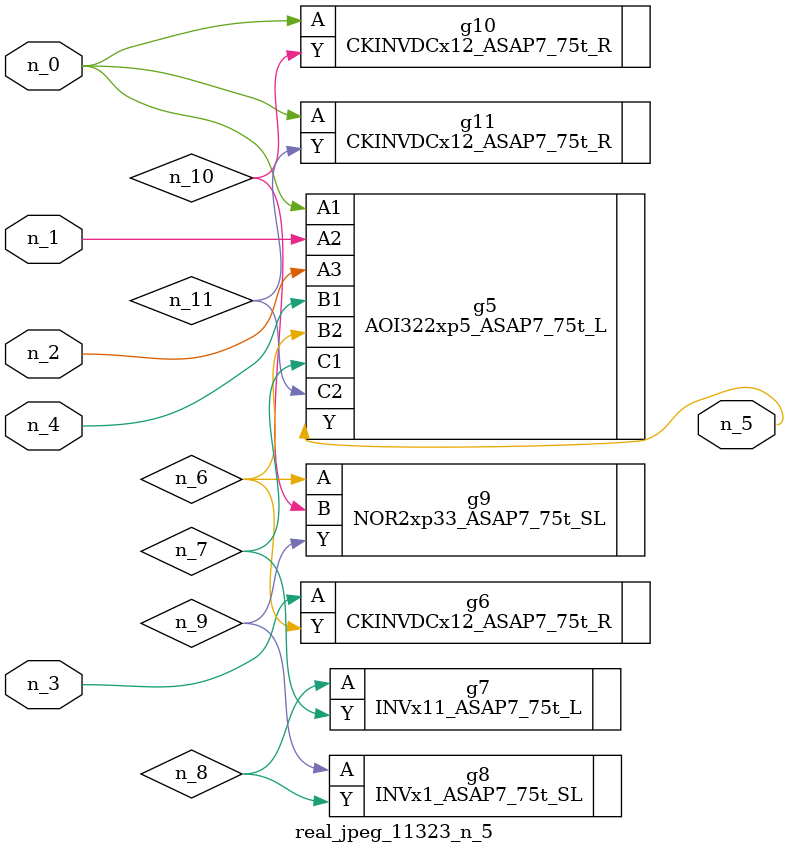
<source format=v>
module real_jpeg_11323_n_5 (n_4, n_0, n_1, n_2, n_3, n_5);

input n_4;
input n_0;
input n_1;
input n_2;
input n_3;

output n_5;

wire n_8;
wire n_11;
wire n_6;
wire n_7;
wire n_10;
wire n_9;

AOI322xp5_ASAP7_75t_L g5 ( 
.A1(n_0),
.A2(n_1),
.A3(n_2),
.B1(n_4),
.B2(n_6),
.C1(n_7),
.C2(n_11),
.Y(n_5)
);

CKINVDCx12_ASAP7_75t_R g10 ( 
.A(n_0),
.Y(n_10)
);

CKINVDCx12_ASAP7_75t_R g11 ( 
.A(n_0),
.Y(n_11)
);

CKINVDCx12_ASAP7_75t_R g6 ( 
.A(n_3),
.Y(n_6)
);

NOR2xp33_ASAP7_75t_SL g9 ( 
.A(n_6),
.B(n_10),
.Y(n_9)
);

INVx11_ASAP7_75t_L g7 ( 
.A(n_8),
.Y(n_7)
);

INVx1_ASAP7_75t_SL g8 ( 
.A(n_9),
.Y(n_8)
);


endmodule
</source>
